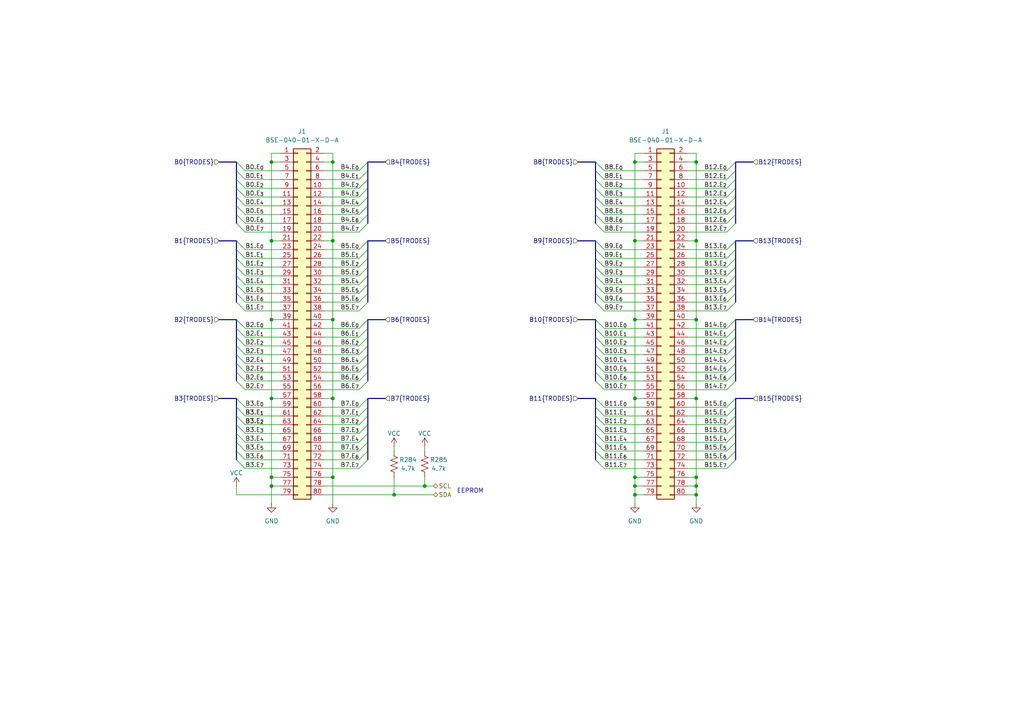
<source format=kicad_sch>
(kicad_sch (version 20231120) (generator "eeschema") (generator_version "8.0")
  (paper "A4")
  (title_block (title "Extracellular Electrophysiology Test Board") (rev "A") (company "Open Ephys, Inc") (comment 1 "Jonathan P. Newman"))
  (lib_symbols
    (symbol "Connector_Generic:Conn_02x40_Odd_Even" (pin_names (offset 1.016) hide)
      (property "Reference" "J" (at 1.27 50.8 0))
      (property "Value" "Conn_02x40_Odd_Even" (at 1.27 -53.34 0))
      (symbol "Conn_02x40_Odd_Even_1_1"
        (rectangle (start -1.27 -50.673) (end 0 -50.927) (stroke (width 0.1524)))
        (rectangle (start -1.27 -48.133) (end 0 -48.387) (stroke (width 0.1524)))
        (rectangle (start -1.27 -45.593) (end 0 -45.847) (stroke (width 0.1524)))
        (rectangle (start -1.27 -43.053) (end 0 -43.307) (stroke (width 0.1524)))
        (rectangle (start -1.27 -40.513) (end 0 -40.767) (stroke (width 0.1524)))
        (rectangle (start -1.27 -37.973) (end 0 -38.227) (stroke (width 0.1524)))
        (rectangle (start -1.27 -35.433) (end 0 -35.687) (stroke (width 0.1524)))
        (rectangle (start -1.27 -32.893) (end 0 -33.147) (stroke (width 0.1524)))
        (rectangle (start -1.27 -30.353) (end 0 -30.607) (stroke (width 0.1524)))
        (rectangle (start -1.27 -27.813) (end 0 -28.067) (stroke (width 0.1524)))
        (rectangle (start -1.27 -25.273) (end 0 -25.527) (stroke (width 0.1524)))
        (rectangle (start -1.27 -22.733) (end 0 -22.987) (stroke (width 0.1524)))
        (rectangle (start -1.27 -20.193) (end 0 -20.447) (stroke (width 0.1524)))
        (rectangle (start -1.27 -17.653) (end 0 -17.907) (stroke (width 0.1524)))
        (rectangle (start -1.27 -15.113) (end 0 -15.367) (stroke (width 0.1524)))
        (rectangle (start -1.27 -12.573) (end 0 -12.827) (stroke (width 0.1524)))
        (rectangle (start -1.27 -10.033) (end 0 -10.287) (stroke (width 0.1524)))
        (rectangle (start -1.27 -7.493) (end 0 -7.747) (stroke (width 0.1524)))
        (rectangle (start -1.27 -4.953) (end 0 -5.207) (stroke (width 0.1524)))
        (rectangle (start -1.27 -2.413) (end 0 -2.667) (stroke (width 0.1524)))
        (rectangle (start -1.27 0.127) (end 0 -0.127) (stroke (width 0.1524)))
        (rectangle (start -1.27 2.667) (end 0 2.413) (stroke (width 0.1524)))
        (rectangle (start -1.27 5.207) (end 0 4.953) (stroke (width 0.1524)))
        (rectangle (start -1.27 7.747) (end 0 7.493) (stroke (width 0.1524)))
        (rectangle (start -1.27 10.287) (end 0 10.033) (stroke (width 0.1524)))
        (rectangle (start -1.27 12.827) (end 0 12.573) (stroke (width 0.1524)))
        (rectangle (start -1.27 15.367) (end 0 15.113) (stroke (width 0.1524)))
        (rectangle (start -1.27 17.907) (end 0 17.653) (stroke (width 0.1524)))
        (rectangle (start -1.27 20.447) (end 0 20.193) (stroke (width 0.1524)))
        (rectangle (start -1.27 22.987) (end 0 22.733) (stroke (width 0.1524)))
        (rectangle (start -1.27 25.527) (end 0 25.273) (stroke (width 0.1524)))
        (rectangle (start -1.27 28.067) (end 0 27.813) (stroke (width 0.1524)))
        (rectangle (start -1.27 30.607) (end 0 30.353) (stroke (width 0.1524)))
        (rectangle (start -1.27 33.147) (end 0 32.893) (stroke (width 0.1524)))
        (rectangle (start -1.27 35.687) (end 0 35.433) (stroke (width 0.1524)))
        (rectangle (start -1.27 38.227) (end 0 37.973) (stroke (width 0.1524)))
        (rectangle (start -1.27 40.767) (end 0 40.513) (stroke (width 0.1524)))
        (rectangle (start -1.27 43.307) (end 0 43.053) (stroke (width 0.1524)))
        (rectangle (start -1.27 45.847) (end 0 45.593) (stroke (width 0.1524)))
        (rectangle (start -1.27 48.387) (end 0 48.133) (stroke (width 0.1524)))
        (rectangle (start -1.27 49.53) (end 3.81 -52.07) (stroke (width 0.254)) (fill (type background)))
        (rectangle (start 3.81 -50.673) (end 2.54 -50.927) (stroke (width 0.1524)))
        (rectangle (start 3.81 -48.133) (end 2.54 -48.387) (stroke (width 0.1524)))
        (rectangle (start 3.81 -45.593) (end 2.54 -45.847) (stroke (width 0.1524)))
        (rectangle (start 3.81 -43.053) (end 2.54 -43.307) (stroke (width 0.1524)))
        (rectangle (start 3.81 -40.513) (end 2.54 -40.767) (stroke (width 0.1524)))
        (rectangle (start 3.81 -37.973) (end 2.54 -38.227) (stroke (width 0.1524)))
        (rectangle (start 3.81 -35.433) (end 2.54 -35.687) (stroke (width 0.1524)))
        (rectangle (start 3.81 -32.893) (end 2.54 -33.147) (stroke (width 0.1524)))
        (rectangle (start 3.81 -30.353) (end 2.54 -30.607) (stroke (width 0.1524)))
        (rectangle (start 3.81 -27.813) (end 2.54 -28.067) (stroke (width 0.1524)))
        (rectangle (start 3.81 -25.273) (end 2.54 -25.527) (stroke (width 0.1524)))
        (rectangle (start 3.81 -22.733) (end 2.54 -22.987) (stroke (width 0.1524)))
        (rectangle (start 3.81 -20.193) (end 2.54 -20.447) (stroke (width 0.1524)))
        (rectangle (start 3.81 -17.653) (end 2.54 -17.907) (stroke (width 0.1524)))
        (rectangle (start 3.81 -15.113) (end 2.54 -15.367) (stroke (width 0.1524)))
        (rectangle (start 3.81 -12.573) (end 2.54 -12.827) (stroke (width 0.1524)))
        (rectangle (start 3.81 -10.033) (end 2.54 -10.287) (stroke (width 0.1524)))
        (rectangle (start 3.81 -7.493) (end 2.54 -7.747) (stroke (width 0.1524)))
        (rectangle (start 3.81 -4.953) (end 2.54 -5.207) (stroke (width 0.1524)))
        (rectangle (start 3.81 -2.413) (end 2.54 -2.667) (stroke (width 0.1524)))
        (rectangle (start 3.81 0.127) (end 2.54 -0.127) (stroke (width 0.1524)))
        (rectangle (start 3.81 2.667) (end 2.54 2.413) (stroke (width 0.1524)))
        (rectangle (start 3.81 5.207) (end 2.54 4.953) (stroke (width 0.1524)))
        (rectangle (start 3.81 7.747) (end 2.54 7.493) (stroke (width 0.1524)))
        (rectangle (start 3.81 10.287) (end 2.54 10.033) (stroke (width 0.1524)))
        (rectangle (start 3.81 12.827) (end 2.54 12.573) (stroke (width 0.1524)))
        (rectangle (start 3.81 15.367) (end 2.54 15.113) (stroke (width 0.1524)))
        (rectangle (start 3.81 17.907) (end 2.54 17.653) (stroke (width 0.1524)))
        (rectangle (start 3.81 20.447) (end 2.54 20.193) (stroke (width 0.1524)))
        (rectangle (start 3.81 22.987) (end 2.54 22.733) (stroke (width 0.1524)))
        (rectangle (start 3.81 25.527) (end 2.54 25.273) (stroke (width 0.1524)))
        (rectangle (start 3.81 28.067) (end 2.54 27.813) (stroke (width 0.1524)))
        (rectangle (start 3.81 30.607) (end 2.54 30.353) (stroke (width 0.1524)))
        (rectangle (start 3.81 33.147) (end 2.54 32.893) (stroke (width 0.1524)))
        (rectangle (start 3.81 35.687) (end 2.54 35.433) (stroke (width 0.1524)))
        (rectangle (start 3.81 38.227) (end 2.54 37.973) (stroke (width 0.1524)))
        (rectangle (start 3.81 40.767) (end 2.54 40.513) (stroke (width 0.1524)))
        (rectangle (start 3.81 43.307) (end 2.54 43.053) (stroke (width 0.1524)))
        (rectangle (start 3.81 45.847) (end 2.54 45.593) (stroke (width 0.1524)))
        (rectangle (start 3.81 48.387) (end 2.54 48.133) (stroke (width 0.1524)))
        (pin passive line (at -5.08 48.26 0) (length 3.81) (name "Pin_1") (number "1"))
        (pin passive line (at 7.62 38.1 180) (length 3.81) (name "Pin_10") (number "10"))
        (pin passive line (at -5.08 35.56 0) (length 3.81) (name "Pin_11") (number "11"))
        (pin passive line (at 7.62 35.56 180) (length 3.81) (name "Pin_12") (number "12"))
        (pin passive line (at -5.08 33.02 0) (length 3.81) (name "Pin_13") (number "13"))
        (pin passive line (at 7.62 33.02 180) (length 3.81) (name "Pin_14") (number "14"))
        (pin passive line (at -5.08 30.48 0) (length 3.81) (name "Pin_15") (number "15"))
        (pin passive line (at 7.62 30.48 180) (length 3.81) (name "Pin_16") (number "16"))
        (pin passive line (at -5.08 27.94 0) (length 3.81) (name "Pin_17") (number "17"))
        (pin passive line (at 7.62 27.94 180) (length 3.81) (name "Pin_18") (number "18"))
        (pin passive line (at -5.08 25.4 0) (length 3.81) (name "Pin_19") (number "19"))
        (pin passive line (at 7.62 48.26 180) (length 3.81) (name "Pin_2") (number "2"))
        (pin passive line (at 7.62 25.4 180) (length 3.81) (name "Pin_20") (number "20"))
        (pin passive line (at -5.08 22.86 0) (length 3.81) (name "Pin_21") (number "21"))
        (pin passive line (at 7.62 22.86 180) (length 3.81) (name "Pin_22") (number "22"))
        (pin passive line (at -5.08 20.32 0) (length 3.81) (name "Pin_23") (number "23"))
        (pin passive line (at 7.62 20.32 180) (length 3.81) (name "Pin_24") (number "24"))
        (pin passive line (at -5.08 17.78 0) (length 3.81) (name "Pin_25") (number "25"))
        (pin passive line (at 7.62 17.78 180) (length 3.81) (name "Pin_26") (number "26"))
        (pin passive line (at -5.08 15.24 0) (length 3.81) (name "Pin_27") (number "27"))
        (pin passive line (at 7.62 15.24 180) (length 3.81) (name "Pin_28") (number "28"))
        (pin passive line (at -5.08 12.7 0) (length 3.81) (name "Pin_29") (number "29"))
        (pin passive line (at -5.08 45.72 0) (length 3.81) (name "Pin_3") (number "3"))
        (pin passive line (at 7.62 12.7 180) (length 3.81) (name "Pin_30") (number "30"))
        (pin passive line (at -5.08 10.16 0) (length 3.81) (name "Pin_31") (number "31"))
        (pin passive line (at 7.62 10.16 180) (length 3.81) (name "Pin_32") (number "32"))
        (pin passive line (at -5.08 7.62 0) (length 3.81) (name "Pin_33") (number "33"))
        (pin passive line (at 7.62 7.62 180) (length 3.81) (name "Pin_34") (number "34"))
        (pin passive line (at -5.08 5.08 0) (length 3.81) (name "Pin_35") (number "35"))
        (pin passive line (at 7.62 5.08 180) (length 3.81) (name "Pin_36") (number "36"))
        (pin passive line (at -5.08 2.54 0) (length 3.81) (name "Pin_37") (number "37"))
        (pin passive line (at 7.62 2.54 180) (length 3.81) (name "Pin_38") (number "38"))
        (pin passive line (at -5.08 0 0) (length 3.81) (name "Pin_39") (number "39"))
        (pin passive line (at 7.62 45.72 180) (length 3.81) (name "Pin_4") (number "4"))
        (pin passive line (at 7.62 0 180) (length 3.81) (name "Pin_40") (number "40"))
        (pin passive line (at -5.08 -2.54 0) (length 3.81) (name "Pin_41") (number "41"))
        (pin passive line (at 7.62 -2.54 180) (length 3.81) (name "Pin_42") (number "42"))
        (pin passive line (at -5.08 -5.08 0) (length 3.81) (name "Pin_43") (number "43"))
        (pin passive line (at 7.62 -5.08 180) (length 3.81) (name "Pin_44") (number "44"))
        (pin passive line (at -5.08 -7.62 0) (length 3.81) (name "Pin_45") (number "45"))
        (pin passive line (at 7.62 -7.62 180) (length 3.81) (name "Pin_46") (number "46"))
        (pin passive line (at -5.08 -10.16 0) (length 3.81) (name "Pin_47") (number "47"))
        (pin passive line (at 7.62 -10.16 180) (length 3.81) (name "Pin_48") (number "48"))
        (pin passive line (at -5.08 -12.7 0) (length 3.81) (name "Pin_49") (number "49"))
        (pin passive line (at -5.08 43.18 0) (length 3.81) (name "Pin_5") (number "5"))
        (pin passive line (at 7.62 -12.7 180) (length 3.81) (name "Pin_50") (number "50"))
        (pin passive line (at -5.08 -15.24 0) (length 3.81) (name "Pin_51") (number "51"))
        (pin passive line (at 7.62 -15.24 180) (length 3.81) (name "Pin_52") (number "52"))
        (pin passive line (at -5.08 -17.78 0) (length 3.81) (name "Pin_53") (number "53"))
        (pin passive line (at 7.62 -17.78 180) (length 3.81) (name "Pin_54") (number "54"))
        (pin passive line (at -5.08 -20.32 0) (length 3.81) (name "Pin_55") (number "55"))
        (pin passive line (at 7.62 -20.32 180) (length 3.81) (name "Pin_56") (number "56"))
        (pin passive line (at -5.08 -22.86 0) (length 3.81) (name "Pin_57") (number "57"))
        (pin passive line (at 7.62 -22.86 180) (length 3.81) (name "Pin_58") (number "58"))
        (pin passive line (at -5.08 -25.4 0) (length 3.81) (name "Pin_59") (number "59"))
        (pin passive line (at 7.62 43.18 180) (length 3.81) (name "Pin_6") (number "6"))
        (pin passive line (at 7.62 -25.4 180) (length 3.81) (name "Pin_60") (number "60"))
        (pin passive line (at -5.08 -27.94 0) (length 3.81) (name "Pin_61") (number "61"))
        (pin passive line (at 7.62 -27.94 180) (length 3.81) (name "Pin_62") (number "62"))
        (pin passive line (at -5.08 -30.48 0) (length 3.81) (name "Pin_63") (number "63"))
        (pin passive line (at 7.62 -30.48 180) (length 3.81) (name "Pin_64") (number "64"))
        (pin passive line (at -5.08 -33.02 0) (length 3.81) (name "Pin_65") (number "65"))
        (pin passive line (at 7.62 -33.02 180) (length 3.81) (name "Pin_66") (number "66"))
        (pin passive line (at -5.08 -35.56 0) (length 3.81) (name "Pin_67") (number "67"))
        (pin passive line (at 7.62 -35.56 180) (length 3.81) (name "Pin_68") (number "68"))
        (pin passive line (at -5.08 -38.1 0) (length 3.81) (name "Pin_69") (number "69"))
        (pin passive line (at -5.08 40.64 0) (length 3.81) (name "Pin_7") (number "7"))
        (pin passive line (at 7.62 -38.1 180) (length 3.81) (name "Pin_70") (number "70"))
        (pin passive line (at -5.08 -40.64 0) (length 3.81) (name "Pin_71") (number "71"))
        (pin passive line (at 7.62 -40.64 180) (length 3.81) (name "Pin_72") (number "72"))
        (pin passive line (at -5.08 -43.18 0) (length 3.81) (name "Pin_73") (number "73"))
        (pin passive line (at 7.62 -43.18 180) (length 3.81) (name "Pin_74") (number "74"))
        (pin passive line (at -5.08 -45.72 0) (length 3.81) (name "Pin_75") (number "75"))
        (pin passive line (at 7.62 -45.72 180) (length 3.81) (name "Pin_76") (number "76"))
        (pin passive line (at -5.08 -48.26 0) (length 3.81) (name "Pin_77") (number "77"))
        (pin passive line (at 7.62 -48.26 180) (length 3.81) (name "Pin_78") (number "78"))
        (pin passive line (at -5.08 -50.8 0) (length 3.81) (name "Pin_79") (number "79"))
        (pin passive line (at 7.62 40.64 180) (length 3.81) (name "Pin_8") (number "8"))
        (pin passive line (at 7.62 -50.8 180) (length 3.81) (name "Pin_80") (number "80"))
        (pin passive line (at -5.08 38.1 0) (length 3.81) (name "Pin_9") (number "9"))
      )
    )
    (symbol "Device:R_US" (pin_numbers hide) (pin_names (offset 0))
      (property "Reference" "R" (at 2.54 0 90))
      (property "Value" "R_US" (at -2.54 0 90))
      (symbol "R_US_0_1"
        (polyline (pts (xy 0 -2.286) (xy 0 -2.54)))
        (polyline (pts (xy 0 2.286) (xy 0 2.54)))
        (polyline (pts (xy 0 -0.762) (xy 1.016 -1.143) (xy 0 -1.524) (xy -1.016 -1.905) (xy 0 -2.286)))
        (polyline (pts (xy 0 0.762) (xy 1.016 0.381) (xy 0 0) (xy -1.016 -0.381) (xy 0 -0.762)))
        (polyline (pts (xy 0 2.286) (xy 1.016 1.905) (xy 0 1.524) (xy -1.016 1.143) (xy 0 0.762)))
      )
      (symbol "R_US_1_1"
        (pin passive line (at 0 3.81 270) (length 1.27) (name "~") (number "1"))
        (pin passive line (at 0 -3.81 90) (length 1.27) (name "~") (number "2"))
      )
    )
    (symbol "power:GND" (power) (pin_numbers hide) (pin_names (offset 0) hide)
      (property "Value" "GND" (at 0 -3.81 0))
      (symbol "GND_0_1"
        (polyline (pts (xy 0 0) (xy 0 -1.27) (xy 1.27 -1.27) (xy 0 -2.54) (xy -1.27 -1.27) (xy 0 -1.27)))
      )
      (symbol "GND_1_1"
        (pin power_in line (at 0 0 270) (length 0) (name "~") (number "1"))
      )
    )
    (symbol "power:VCC" (power) (pin_numbers hide) (pin_names (offset 0) hide)
      (property "Value" "VCC" (at 0 3.556 0))
      (symbol "VCC_0_1"
        (polyline (pts (xy -0.762 1.27) (xy 0 2.54)))
        (polyline (pts (xy 0 0) (xy 0 2.54)))
        (polyline (pts (xy 0 2.54) (xy 0.762 1.27)))
      )
      (symbol "VCC_1_1"
        (pin power_in line (at 0 0 90) (length 0) (name "~") (number "1"))
      )
    )
  )
  (bus_alias "TRODES" (members "E_{0}" "E_{1}" "E_{2}" "E_{3}" "E_{4}" "E_{5}" "E_{6}" "E_{7}"))
  (junction (at 184.15 69.85))
  (junction (at 201.93 92.71))
  (junction (at 78.74 115.57))
  (junction (at 201.93 143.51))
  (junction (at 78.74 46.99))
  (junction (at 96.52 69.85))
  (junction (at 184.15 46.99))
  (junction (at 78.74 69.85))
  (junction (at 201.93 138.43))
  (junction (at 184.15 92.71))
  (junction (at 78.74 138.43))
  (junction (at 184.15 115.57))
  (junction (at 201.93 115.57))
  (junction (at 184.15 143.51))
  (junction (at 184.15 138.43))
  (junction (at 96.52 46.99))
  (junction (at 96.52 138.43))
  (junction (at 123.19 140.97))
  (junction (at 114.3 143.51))
  (junction (at 78.74 140.97))
  (junction (at 201.93 69.85))
  (junction (at 96.52 92.71))
  (junction (at 201.93 46.99))
  (junction (at 201.93 140.97))
  (junction (at 78.74 92.71))
  (junction (at 184.15 140.97))
  (junction (at 96.52 115.57))
  (bus_entry (at 68.58 100.33) (size 2.54 2.54))
  (bus_entry (at 106.68 102.87) (size -2.54 2.54))
  (bus_entry (at 68.58 107.95) (size 2.54 2.54))
  (bus_entry (at 106.68 49.53) (size -2.54 2.54))
  (bus_entry (at 172.72 118.11) (size 2.54 2.54))
  (bus_entry (at 68.58 49.53) (size 2.54 2.54))
  (bus_entry (at 172.72 46.99) (size 2.54 2.54))
  (bus_entry (at 213.36 64.77) (size -2.54 2.54))
  (bus_entry (at 172.72 100.33) (size 2.54 2.54))
  (bus_entry (at 213.36 82.55) (size -2.54 2.54))
  (bus_entry (at 213.36 105.41) (size -2.54 2.54))
  (bus_entry (at 172.72 64.77) (size 2.54 2.54))
  (bus_entry (at 213.36 100.33) (size -2.54 2.54))
  (bus_entry (at 68.58 85.09) (size 2.54 2.54))
  (bus_entry (at 213.36 120.65) (size -2.54 2.54))
  (bus_entry (at 213.36 133.35) (size -2.54 2.54))
  (bus_entry (at 172.72 69.85) (size 2.54 2.54))
  (bus_entry (at 213.36 74.93) (size -2.54 2.54))
  (bus_entry (at 68.58 64.77) (size 2.54 2.54))
  (bus_entry (at 172.72 49.53) (size 2.54 2.54))
  (bus_entry (at 172.72 52.07) (size 2.54 2.54))
  (bus_entry (at 106.68 72.39) (size -2.54 2.54))
  (bus_entry (at 213.36 59.69) (size -2.54 2.54))
  (bus_entry (at 106.68 97.79) (size -2.54 2.54))
  (bus_entry (at 213.36 115.57) (size -2.54 2.54))
  (bus_entry (at 213.36 125.73) (size -2.54 2.54))
  (bus_entry (at 172.72 123.19) (size 2.54 2.54))
  (bus_entry (at 106.68 123.19) (size -2.54 2.54))
  (bus_entry (at 68.58 74.93) (size 2.54 2.54))
  (bus_entry (at 213.36 110.49) (size -2.54 2.54))
  (bus_entry (at 68.58 120.65) (size 2.54 2.54))
  (bus_entry (at 68.58 97.79) (size 2.54 2.54))
  (bus_entry (at 106.68 64.77) (size -2.54 2.54))
  (bus_entry (at 213.36 54.61) (size -2.54 2.54))
  (bus_entry (at 106.68 100.33) (size -2.54 2.54))
  (bus_entry (at 172.72 110.49) (size 2.54 2.54))
  (bus_entry (at 172.72 128.27) (size 2.54 2.54))
  (bus_entry (at 68.58 133.35) (size 2.54 2.54))
  (bus_entry (at 172.72 54.61) (size 2.54 2.54))
  (bus_entry (at 213.36 102.87) (size -2.54 2.54))
  (bus_entry (at 68.58 128.27) (size 2.54 2.54))
  (bus_entry (at 68.58 123.19) (size 2.54 2.54))
  (bus_entry (at 213.36 77.47) (size -2.54 2.54))
  (bus_entry (at 213.36 123.19) (size -2.54 2.54))
  (bus_entry (at 172.72 80.01) (size 2.54 2.54))
  (bus_entry (at 172.72 85.09) (size 2.54 2.54))
  (bus_entry (at 213.36 69.85) (size -2.54 2.54))
  (bus_entry (at 213.36 95.25) (size -2.54 2.54))
  (bus_entry (at 213.36 92.71) (size -2.54 2.54))
  (bus_entry (at 68.58 80.01) (size 2.54 2.54))
  (bus_entry (at 172.72 77.47) (size 2.54 2.54))
  (bus_entry (at 172.72 102.87) (size 2.54 2.54))
  (bus_entry (at 213.36 118.11) (size -2.54 2.54))
  (bus_entry (at 213.36 87.63) (size -2.54 2.54))
  (bus_entry (at 68.58 115.57) (size 2.54 2.54))
  (bus_entry (at 68.58 77.47) (size 2.54 2.54))
  (bus_entry (at 68.58 57.15) (size 2.54 2.54))
  (bus_entry (at 172.72 62.23) (size 2.54 2.54))
  (bus_entry (at 68.58 52.07) (size 2.54 2.54))
  (bus_entry (at 213.36 62.23) (size -2.54 2.54))
  (bus_entry (at 106.68 74.93) (size -2.54 2.54))
  (bus_entry (at 172.72 92.71) (size 2.54 2.54))
  (bus_entry (at 68.58 125.73) (size 2.54 2.54))
  (bus_entry (at 213.36 72.39) (size -2.54 2.54))
  (bus_entry (at 172.72 125.73) (size 2.54 2.54))
  (bus_entry (at 106.68 125.73) (size -2.54 2.54))
  (bus_entry (at 68.58 62.23) (size 2.54 2.54))
  (bus_entry (at 172.72 82.55) (size 2.54 2.54))
  (bus_entry (at 68.58 105.41) (size 2.54 2.54))
  (bus_entry (at 68.58 46.99) (size 2.54 2.54))
  (bus_entry (at 213.36 107.95) (size -2.54 2.54))
  (bus_entry (at 172.72 87.63) (size 2.54 2.54))
  (bus_entry (at 172.72 97.79) (size 2.54 2.54))
  (bus_entry (at 106.68 87.63) (size -2.54 2.54))
  (bus_entry (at 213.36 85.09) (size -2.54 2.54))
  (bus_entry (at 172.72 115.57) (size 2.54 2.54))
  (bus_entry (at 106.68 105.41) (size -2.54 2.54))
  (bus_entry (at 106.68 54.61) (size -2.54 2.54))
  (bus_entry (at 106.68 128.27) (size -2.54 2.54))
  (bus_entry (at 106.68 107.95) (size -2.54 2.54))
  (bus_entry (at 213.36 46.99) (size -2.54 2.54))
  (bus_entry (at 106.68 85.09) (size -2.54 2.54))
  (bus_entry (at 172.72 72.39) (size 2.54 2.54))
  (bus_entry (at 213.36 80.01) (size -2.54 2.54))
  (bus_entry (at 172.72 133.35) (size 2.54 2.54))
  (bus_entry (at 68.58 92.71) (size 2.54 2.54))
  (bus_entry (at 106.68 92.71) (size -2.54 2.54))
  (bus_entry (at 106.68 77.47) (size -2.54 2.54))
  (bus_entry (at 213.36 49.53) (size -2.54 2.54))
  (bus_entry (at 68.58 59.69) (size 2.54 2.54))
  (bus_entry (at 172.72 59.69) (size 2.54 2.54))
  (bus_entry (at 68.58 72.39) (size 2.54 2.54))
  (bus_entry (at 213.36 57.15) (size -2.54 2.54))
  (bus_entry (at 106.68 95.25) (size -2.54 2.54))
  (bus_entry (at 106.68 57.15) (size -2.54 2.54))
  (bus_entry (at 213.36 52.07) (size -2.54 2.54))
  (bus_entry (at 106.68 130.81) (size -2.54 2.54))
  (bus_entry (at 106.68 115.57) (size -2.54 2.54))
  (bus_entry (at 68.58 118.11) (size 2.54 2.54))
  (bus_entry (at 106.68 120.65) (size -2.54 2.54))
  (bus_entry (at 106.68 82.55) (size -2.54 2.54))
  (bus_entry (at 68.58 69.85) (size 2.54 2.54))
  (bus_entry (at 172.72 95.25) (size 2.54 2.54))
  (bus_entry (at 106.68 133.35) (size -2.54 2.54))
  (bus_entry (at 213.36 97.79) (size -2.54 2.54))
  (bus_entry (at 172.72 105.41) (size 2.54 2.54))
  (bus_entry (at 68.58 54.61) (size 2.54 2.54))
  (bus_entry (at 172.72 120.65) (size 2.54 2.54))
  (bus_entry (at 106.68 69.85) (size -2.54 2.54))
  (bus_entry (at 106.68 46.99) (size -2.54 2.54))
  (bus_entry (at 68.58 87.63) (size 2.54 2.54))
  (bus_entry (at 68.58 82.55) (size 2.54 2.54))
  (bus_entry (at 68.58 130.81) (size 2.54 2.54))
  (bus_entry (at 106.68 110.49) (size -2.54 2.54))
  (bus_entry (at 68.58 102.87) (size 2.54 2.54))
  (bus_entry (at 106.68 62.23) (size -2.54 2.54))
  (bus_entry (at 106.68 80.01) (size -2.54 2.54))
  (bus_entry (at 68.58 95.25) (size 2.54 2.54))
  (bus_entry (at 68.58 110.49) (size 2.54 2.54))
  (bus_entry (at 106.68 118.11) (size -2.54 2.54))
  (bus_entry (at 213.36 128.27) (size -2.54 2.54))
  (bus_entry (at 172.72 57.15) (size 2.54 2.54))
  (bus_entry (at 172.72 74.93) (size 2.54 2.54))
  (bus_entry (at 213.36 130.81) (size -2.54 2.54))
  (bus_entry (at 106.68 59.69) (size -2.54 2.54))
  (bus_entry (at 172.72 130.81) (size 2.54 2.54))
  (bus_entry (at 106.68 52.07) (size -2.54 2.54))
  (bus_entry (at 172.72 107.95) (size 2.54 2.54))
  (wire (pts (xy 93.98 128.27) (xy 104.14 128.27)))
  (bus (pts (xy 68.58 54.61) (xy 68.58 57.15)))
  (wire (pts (xy 71.12 49.53) (xy 81.28 49.53)))
  (wire (pts (xy 199.39 54.61) (xy 210.82 54.61)))
  (wire (pts (xy 175.26 74.93) (xy 186.69 74.93)))
  (wire (pts (xy 201.93 140.97) (xy 201.93 143.51)))
  (wire (pts (xy 81.28 44.45) (xy 78.74 44.45)))
  (bus (pts (xy 172.72 80.01) (xy 172.72 82.55)))
  (wire (pts (xy 78.74 46.99) (xy 81.28 46.99)))
  (wire (pts (xy 114.3 129.54) (xy 114.3 130.81)))
  (wire (pts (xy 93.98 46.99) (xy 96.52 46.99)))
  (wire (pts (xy 175.26 62.23) (xy 186.69 62.23)))
  (bus (pts (xy 172.72 57.15) (xy 172.72 59.69)))
  (bus (pts (xy 172.72 54.61) (xy 172.72 57.15)))
  (bus (pts (xy 213.36 125.73) (xy 213.36 128.27)))
  (wire (pts (xy 93.98 54.61) (xy 104.14 54.61)))
  (wire (pts (xy 71.12 90.17) (xy 81.28 90.17)))
  (wire (pts (xy 175.26 135.89) (xy 186.69 135.89)))
  (bus (pts (xy 172.72 92.71) (xy 172.72 95.25)))
  (wire (pts (xy 199.39 135.89) (xy 210.82 135.89)))
  (bus (pts (xy 172.72 82.55) (xy 172.72 85.09)))
  (wire (pts (xy 199.39 52.07) (xy 210.82 52.07)))
  (bus (pts (xy 68.58 57.15) (xy 68.58 59.69)))
  (bus (pts (xy 68.58 85.09) (xy 68.58 87.63)))
  (bus (pts (xy 213.36 123.19) (xy 213.36 125.73)))
  (bus (pts (xy 213.36 100.33) (xy 213.36 102.87)))
  (bus (pts (xy 68.58 97.79) (xy 68.58 100.33)))
  (wire (pts (xy 93.98 105.41) (xy 104.14 105.41)))
  (wire (pts (xy 68.58 143.51) (xy 68.58 140.97)))
  (bus (pts (xy 63.5 46.99) (xy 68.58 46.99)))
  (wire (pts (xy 71.12 57.15) (xy 81.28 57.15)))
  (bus (pts (xy 172.72 97.79) (xy 172.72 100.33)))
  (bus (pts (xy 68.58 95.25) (xy 68.58 97.79)))
  (wire (pts (xy 184.15 46.99) (xy 184.15 69.85)))
  (wire (pts (xy 199.39 64.77) (xy 210.82 64.77)))
  (bus (pts (xy 213.36 52.07) (xy 213.36 54.61)))
  (wire (pts (xy 93.98 49.53) (xy 104.14 49.53)))
  (wire (pts (xy 175.26 128.27) (xy 186.69 128.27)))
  (bus (pts (xy 68.58 80.01) (xy 68.58 82.55)))
  (bus (pts (xy 68.58 92.71) (xy 68.58 95.25)))
  (bus (pts (xy 106.68 72.39) (xy 106.68 74.93)))
  (bus (pts (xy 213.36 130.81) (xy 213.36 133.35)))
  (bus (pts (xy 213.36 120.65) (xy 213.36 123.19)))
  (wire (pts (xy 201.93 46.99) (xy 201.93 69.85)))
  (wire (pts (xy 175.26 133.35) (xy 186.69 133.35)))
  (wire (pts (xy 184.15 115.57) (xy 184.15 138.43)))
  (bus (pts (xy 213.36 69.85) (xy 213.36 72.39)))
  (wire (pts (xy 199.39 62.23) (xy 210.82 62.23)))
  (bus (pts (xy 213.36 54.61) (xy 213.36 57.15)))
  (wire (pts (xy 175.26 105.41) (xy 186.69 105.41)))
  (wire (pts (xy 71.12 87.63) (xy 81.28 87.63)))
  (wire (pts (xy 175.26 90.17) (xy 186.69 90.17)))
  (bus (pts (xy 172.72 49.53) (xy 172.72 52.07)))
  (wire (pts (xy 199.39 107.95) (xy 210.82 107.95)))
  (wire (pts (xy 71.12 64.77) (xy 81.28 64.77)))
  (bus (pts (xy 106.68 100.33) (xy 106.68 102.87)))
  (wire (pts (xy 78.74 115.57) (xy 81.28 115.57)))
  (wire (pts (xy 199.39 69.85) (xy 201.93 69.85)))
  (wire (pts (xy 201.93 69.85) (xy 201.93 92.71)))
  (wire (pts (xy 71.12 123.19) (xy 81.28 123.19)))
  (bus (pts (xy 106.68 123.19) (xy 106.68 125.73)))
  (wire (pts (xy 199.39 140.97) (xy 201.93 140.97)))
  (bus (pts (xy 213.36 82.55) (xy 213.36 85.09)))
  (wire (pts (xy 175.26 59.69) (xy 186.69 59.69)))
  (wire (pts (xy 199.39 95.25) (xy 210.82 95.25)))
  (wire (pts (xy 93.98 90.17) (xy 104.14 90.17)))
  (wire (pts (xy 199.39 80.01) (xy 210.82 80.01)))
  (wire (pts (xy 201.93 115.57) (xy 201.93 138.43)))
  (wire (pts (xy 93.98 80.01) (xy 104.14 80.01)))
  (wire (pts (xy 123.19 129.54) (xy 123.19 130.81)))
  (wire (pts (xy 186.69 140.97) (xy 184.15 140.97)))
  (wire (pts (xy 78.74 138.43) (xy 78.74 140.97)))
  (wire (pts (xy 175.26 67.31) (xy 186.69 67.31)))
  (wire (pts (xy 175.26 87.63) (xy 186.69 87.63)))
  (wire (pts (xy 71.12 102.87) (xy 81.28 102.87)))
  (wire (pts (xy 184.15 46.99) (xy 186.69 46.99)))
  (wire (pts (xy 175.26 110.49) (xy 186.69 110.49)))
  (bus (pts (xy 213.36 128.27) (xy 213.36 130.81)))
  (bus (pts (xy 213.36 62.23) (xy 213.36 64.77)))
  (bus (pts (xy 172.72 85.09) (xy 172.72 87.63)))
  (wire (pts (xy 71.12 133.35) (xy 81.28 133.35)))
  (wire (pts (xy 201.93 92.71) (xy 201.93 115.57)))
  (bus (pts (xy 213.36 102.87) (xy 213.36 105.41)))
  (bus (pts (xy 213.36 59.69) (xy 213.36 62.23)))
  (wire (pts (xy 199.39 85.09) (xy 210.82 85.09)))
  (wire (pts (xy 93.98 138.43) (xy 96.52 138.43)))
  (bus (pts (xy 106.68 49.53) (xy 106.68 52.07)))
  (wire (pts (xy 78.74 140.97) (xy 78.74 146.05)))
  (wire (pts (xy 71.12 130.81) (xy 81.28 130.81)))
  (bus (pts (xy 68.58 62.23) (xy 68.58 64.77)))
  (bus (pts (xy 213.36 46.99) (xy 213.36 49.53)))
  (wire (pts (xy 93.98 130.81) (xy 104.14 130.81)))
  (bus (pts (xy 68.58 69.85) (xy 68.58 72.39)))
  (wire (pts (xy 175.26 100.33) (xy 186.69 100.33)))
  (bus (pts (xy 213.36 97.79) (xy 213.36 100.33)))
  (bus (pts (xy 106.68 62.23) (xy 106.68 64.77)))
  (bus (pts (xy 172.72 52.07) (xy 172.72 54.61)))
  (wire (pts (xy 184.15 92.71) (xy 184.15 115.57)))
  (bus (pts (xy 106.68 69.85) (xy 106.68 72.39)))
  (bus (pts (xy 63.5 92.71) (xy 68.58 92.71)))
  (wire (pts (xy 78.74 92.71) (xy 81.28 92.71)))
  (bus (pts (xy 68.58 49.53) (xy 68.58 52.07)))
  (wire (pts (xy 199.39 74.93) (xy 210.82 74.93)))
  (wire (pts (xy 186.69 138.43) (xy 184.15 138.43)))
  (bus (pts (xy 106.68 107.95) (xy 106.68 110.49)))
  (wire (pts (xy 199.39 118.11) (xy 210.82 118.11)))
  (bus (pts (xy 213.36 49.53) (xy 213.36 52.07)))
  (wire (pts (xy 93.98 69.85) (xy 96.52 69.85)))
  (wire (pts (xy 184.15 115.57) (xy 186.69 115.57)))
  (wire (pts (xy 184.15 140.97) (xy 184.15 143.51)))
  (bus (pts (xy 111.76 115.57) (xy 106.68 115.57)))
  (bus (pts (xy 172.72 123.19) (xy 172.72 125.73)))
  (bus (pts (xy 106.68 85.09) (xy 106.68 87.63)))
  (bus (pts (xy 68.58 125.73) (xy 68.58 128.27)))
  (bus (pts (xy 68.58 102.87) (xy 68.58 105.41)))
  (wire (pts (xy 78.74 44.45) (xy 78.74 46.99)))
  (bus (pts (xy 172.72 100.33) (xy 172.72 102.87)))
  (wire (pts (xy 175.26 49.53) (xy 186.69 49.53)))
  (wire (pts (xy 199.39 143.51) (xy 201.93 143.51)))
  (wire (pts (xy 71.12 105.41) (xy 81.28 105.41)))
  (bus (pts (xy 68.58 72.39) (xy 68.58 74.93)))
  (bus (pts (xy 172.72 115.57) (xy 172.72 118.11)))
  (wire (pts (xy 71.12 125.73) (xy 81.28 125.73)))
  (bus (pts (xy 106.68 115.57) (xy 106.68 118.11)))
  (wire (pts (xy 199.39 97.79) (xy 210.82 97.79)))
  (bus (pts (xy 68.58 128.27) (xy 68.58 130.81)))
  (bus (pts (xy 68.58 74.93) (xy 68.58 77.47)))
  (wire (pts (xy 199.39 46.99) (xy 201.93 46.99)))
  (bus (pts (xy 111.76 46.99) (xy 106.68 46.99)))
  (bus (pts (xy 111.76 92.71) (xy 106.68 92.71)))
  (wire (pts (xy 93.98 44.45) (xy 96.52 44.45)))
  (wire (pts (xy 96.52 115.57) (xy 96.52 138.43)))
  (wire (pts (xy 71.12 95.25) (xy 81.28 95.25)))
  (bus (pts (xy 213.36 72.39) (xy 213.36 74.93)))
  (bus (pts (xy 172.72 74.93) (xy 172.72 77.47)))
  (wire (pts (xy 71.12 59.69) (xy 81.28 59.69)))
  (bus (pts (xy 111.76 69.85) (xy 106.68 69.85)))
  (wire (pts (xy 71.12 110.49) (xy 81.28 110.49)))
  (bus (pts (xy 218.44 69.85) (xy 213.36 69.85)))
  (wire (pts (xy 175.26 107.95) (xy 186.69 107.95)))
  (wire (pts (xy 114.3 138.43) (xy 114.3 143.51)))
  (wire (pts (xy 71.12 100.33) (xy 81.28 100.33)))
  (bus (pts (xy 213.36 105.41) (xy 213.36 107.95)))
  (bus (pts (xy 106.68 102.87) (xy 106.68 105.41)))
  (bus (pts (xy 106.68 120.65) (xy 106.68 123.19)))
  (bus (pts (xy 213.36 77.47) (xy 213.36 80.01)))
  (wire (pts (xy 71.12 128.27) (xy 81.28 128.27)))
  (bus (pts (xy 218.44 92.71) (xy 213.36 92.71)))
  (wire (pts (xy 93.98 82.55) (xy 104.14 82.55)))
  (bus (pts (xy 213.36 118.11) (xy 213.36 120.65)))
  (bus (pts (xy 106.68 97.79) (xy 106.68 100.33)))
  (bus (pts (xy 106.68 118.11) (xy 106.68 120.65)))
  (bus (pts (xy 68.58 120.65) (xy 68.58 123.19)))
  (bus (pts (xy 106.68 92.71) (xy 106.68 95.25)))
  (wire (pts (xy 175.26 120.65) (xy 186.69 120.65)))
  (bus (pts (xy 172.72 107.95) (xy 172.72 110.49)))
  (wire (pts (xy 199.39 100.33) (xy 210.82 100.33)))
  (wire (pts (xy 96.52 46.99) (xy 96.52 69.85)))
  (wire (pts (xy 71.12 62.23) (xy 81.28 62.23)))
  (wire (pts (xy 175.26 130.81) (xy 186.69 130.81)))
  (wire (pts (xy 71.12 77.47) (xy 81.28 77.47)))
  (wire (pts (xy 96.52 138.43) (xy 96.52 146.05)))
  (wire (pts (xy 199.39 110.49) (xy 210.82 110.49)))
  (wire (pts (xy 199.39 77.47) (xy 210.82 77.47)))
  (bus (pts (xy 68.58 107.95) (xy 68.58 110.49)))
  (bus (pts (xy 213.36 57.15) (xy 213.36 59.69)))
  (wire (pts (xy 114.3 143.51) (xy 125.73 143.51)))
  (wire (pts (xy 71.12 52.07) (xy 81.28 52.07)))
  (wire (pts (xy 93.98 143.51) (xy 114.3 143.51)))
  (wire (pts (xy 199.39 72.39) (xy 210.82 72.39)))
  (wire (pts (xy 201.93 138.43) (xy 201.93 140.97)))
  (wire (pts (xy 199.39 133.35) (xy 210.82 133.35)))
  (wire (pts (xy 184.15 92.71) (xy 186.69 92.71)))
  (wire (pts (xy 93.98 67.31) (xy 104.14 67.31)))
  (wire (pts (xy 93.98 100.33) (xy 104.14 100.33)))
  (wire (pts (xy 175.26 85.09) (xy 186.69 85.09)))
  (bus (pts (xy 106.68 82.55) (xy 106.68 85.09)))
  (bus (pts (xy 167.64 69.85) (xy 172.72 69.85)))
  (wire (pts (xy 175.26 72.39) (xy 186.69 72.39)))
  (wire (pts (xy 184.15 69.85) (xy 184.15 92.71)))
  (bus (pts (xy 106.68 74.93) (xy 106.68 77.47)))
  (wire (pts (xy 175.26 95.25) (xy 186.69 95.25)))
  (wire (pts (xy 175.26 123.19) (xy 186.69 123.19)))
  (wire (pts (xy 93.98 52.07) (xy 104.14 52.07)))
  (bus (pts (xy 172.72 46.99) (xy 172.72 49.53)))
  (wire (pts (xy 93.98 113.03) (xy 104.14 113.03)))
  (bus (pts (xy 63.5 115.57) (xy 68.58 115.57)))
  (wire (pts (xy 93.98 125.73) (xy 104.14 125.73)))
  (bus (pts (xy 106.68 54.61) (xy 106.68 57.15)))
  (wire (pts (xy 175.26 82.55) (xy 186.69 82.55)))
  (bus (pts (xy 106.68 130.81) (xy 106.68 133.35)))
  (bus (pts (xy 172.72 102.87) (xy 172.72 105.41)))
  (bus (pts (xy 68.58 82.55) (xy 68.58 85.09)))
  (wire (pts (xy 199.39 87.63) (xy 210.82 87.63)))
  (wire (pts (xy 93.98 102.87) (xy 104.14 102.87)))
  (wire (pts (xy 93.98 107.95) (xy 104.14 107.95)))
  (wire (pts (xy 93.98 87.63) (xy 104.14 87.63)))
  (wire (pts (xy 199.39 92.71) (xy 201.93 92.71)))
  (wire (pts (xy 175.26 52.07) (xy 186.69 52.07)))
  (wire (pts (xy 199.39 57.15) (xy 210.82 57.15)))
  (wire (pts (xy 78.74 69.85) (xy 81.28 69.85)))
  (wire (pts (xy 78.74 46.99) (xy 78.74 69.85)))
  (bus (pts (xy 172.72 120.65) (xy 172.72 123.19)))
  (wire (pts (xy 96.52 69.85) (xy 96.52 92.71)))
  (bus (pts (xy 106.68 46.99) (xy 106.68 49.53)))
  (wire (pts (xy 71.12 80.01) (xy 81.28 80.01)))
  (wire (pts (xy 71.12 67.31) (xy 81.28 67.31)))
  (wire (pts (xy 199.39 67.31) (xy 210.82 67.31)))
  (bus (pts (xy 106.68 57.15) (xy 106.68 59.69)))
  (wire (pts (xy 184.15 143.51) (xy 186.69 143.51)))
  (bus (pts (xy 68.58 115.57) (xy 68.58 118.11)))
  (bus (pts (xy 68.58 118.11) (xy 68.58 120.65)))
  (wire (pts (xy 96.52 92.71) (xy 96.52 115.57)))
  (wire (pts (xy 93.98 74.93) (xy 104.14 74.93)))
  (wire (pts (xy 93.98 92.71) (xy 96.52 92.71)))
  (wire (pts (xy 175.26 97.79) (xy 186.69 97.79)))
  (wire (pts (xy 93.98 135.89) (xy 104.14 135.89)))
  (wire (pts (xy 175.26 125.73) (xy 186.69 125.73)))
  (wire (pts (xy 93.98 72.39) (xy 104.14 72.39)))
  (bus (pts (xy 68.58 123.19) (xy 68.58 125.73)))
  (wire (pts (xy 199.39 120.65) (xy 210.82 120.65)))
  (bus (pts (xy 68.58 52.07) (xy 68.58 54.61)))
  (wire (pts (xy 184.15 138.43) (xy 184.15 140.97)))
  (wire (pts (xy 175.26 80.01) (xy 186.69 80.01)))
  (wire (pts (xy 175.26 102.87) (xy 186.69 102.87)))
  (wire (pts (xy 93.98 62.23) (xy 104.14 62.23)))
  (wire (pts (xy 71.12 72.39) (xy 81.28 72.39)))
  (bus (pts (xy 213.36 107.95) (xy 213.36 110.49)))
  (bus (pts (xy 172.72 95.25) (xy 172.72 97.79)))
  (wire (pts (xy 175.26 77.47) (xy 186.69 77.47)))
  (bus (pts (xy 172.72 125.73) (xy 172.72 128.27)))
  (bus (pts (xy 213.36 115.57) (xy 213.36 118.11)))
  (wire (pts (xy 199.39 49.53) (xy 210.82 49.53)))
  (bus (pts (xy 172.72 59.69) (xy 172.72 62.23)))
  (wire (pts (xy 93.98 85.09) (xy 104.14 85.09)))
  (wire (pts (xy 199.39 105.41) (xy 210.82 105.41)))
  (wire (pts (xy 93.98 123.19) (xy 104.14 123.19)))
  (wire (pts (xy 184.15 146.05) (xy 184.15 143.51)))
  (wire (pts (xy 71.12 118.11) (xy 81.28 118.11)))
  (wire (pts (xy 199.39 138.43) (xy 201.93 138.43)))
  (wire (pts (xy 93.98 133.35) (xy 104.14 133.35)))
  (wire (pts (xy 123.19 138.43) (xy 123.19 140.97)))
  (wire (pts (xy 93.98 57.15) (xy 104.14 57.15)))
  (wire (pts (xy 199.39 130.81) (xy 210.82 130.81)))
  (wire (pts (xy 93.98 110.49) (xy 104.14 110.49)))
  (wire (pts (xy 93.98 140.97) (xy 123.19 140.97)))
  (bus (pts (xy 68.58 105.41) (xy 68.58 107.95)))
  (wire (pts (xy 71.12 120.65) (xy 81.28 120.65)))
  (wire (pts (xy 93.98 59.69) (xy 104.14 59.69)))
  (wire (pts (xy 78.74 140.97) (xy 81.28 140.97)))
  (wire (pts (xy 199.39 125.73) (xy 210.82 125.73)))
  (bus (pts (xy 68.58 130.81) (xy 68.58 133.35)))
  (bus (pts (xy 172.72 72.39) (xy 172.72 74.93)))
  (wire (pts (xy 78.74 92.71) (xy 78.74 115.57)))
  (bus (pts (xy 63.5 69.85) (xy 68.58 69.85)))
  (bus (pts (xy 213.36 74.93) (xy 213.36 77.47)))
  (wire (pts (xy 123.19 140.97) (xy 125.73 140.97)))
  (bus (pts (xy 106.68 105.41) (xy 106.68 107.95)))
  (wire (pts (xy 71.12 82.55) (xy 81.28 82.55)))
  (bus (pts (xy 68.58 59.69) (xy 68.58 62.23)))
  (wire (pts (xy 81.28 138.43) (xy 78.74 138.43)))
  (wire (pts (xy 93.98 115.57) (xy 96.52 115.57)))
  (wire (pts (xy 78.74 69.85) (xy 78.74 92.71)))
  (bus (pts (xy 172.72 118.11) (xy 172.72 120.65)))
  (wire (pts (xy 71.12 85.09) (xy 81.28 85.09)))
  (wire (pts (xy 199.39 102.87) (xy 210.82 102.87)))
  (wire (pts (xy 199.39 59.69) (xy 210.82 59.69)))
  (bus (pts (xy 213.36 80.01) (xy 213.36 82.55)))
  (bus (pts (xy 167.64 92.71) (xy 172.72 92.71)))
  (wire (pts (xy 199.39 90.17) (xy 210.82 90.17)))
  (bus (pts (xy 167.64 115.57) (xy 172.72 115.57)))
  (wire (pts (xy 71.12 74.93) (xy 81.28 74.93)))
  (bus (pts (xy 106.68 59.69) (xy 106.68 62.23)))
  (bus (pts (xy 106.68 52.07) (xy 106.68 54.61)))
  (wire (pts (xy 184.15 44.45) (xy 184.15 46.99)))
  (wire (pts (xy 199.39 82.55) (xy 210.82 82.55)))
  (wire (pts (xy 93.98 95.25) (xy 104.14 95.25)))
  (bus (pts (xy 68.58 46.99) (xy 68.58 49.53)))
  (bus (pts (xy 68.58 77.47) (xy 68.58 80.01)))
  (bus (pts (xy 172.72 69.85) (xy 172.72 72.39)))
  (bus (pts (xy 106.68 80.01) (xy 106.68 82.55)))
  (wire (pts (xy 71.12 113.03) (xy 81.28 113.03)))
  (wire (pts (xy 175.26 54.61) (xy 186.69 54.61)))
  (wire (pts (xy 175.26 64.77) (xy 186.69 64.77)))
  (wire (pts (xy 71.12 107.95) (xy 81.28 107.95)))
  (bus (pts (xy 213.36 92.71) (xy 213.36 95.25)))
  (bus (pts (xy 172.72 77.47) (xy 172.72 80.01)))
  (wire (pts (xy 93.98 77.47) (xy 104.14 77.47)))
  (wire (pts (xy 96.52 44.45) (xy 96.52 46.99)))
  (bus (pts (xy 68.58 100.33) (xy 68.58 102.87)))
  (wire (pts (xy 93.98 64.77) (xy 104.14 64.77)))
  (wire (pts (xy 199.39 128.27) (xy 210.82 128.27)))
  (bus (pts (xy 218.44 115.57) (xy 213.36 115.57)))
  (wire (pts (xy 93.98 97.79) (xy 104.14 97.79)))
  (bus (pts (xy 172.72 130.81) (xy 172.72 133.35)))
  (bus (pts (xy 106.68 125.73) (xy 106.68 128.27)))
  (wire (pts (xy 81.28 143.51) (xy 68.58 143.51)))
  (wire (pts (xy 175.26 57.15) (xy 186.69 57.15)))
  (wire (pts (xy 199.39 115.57) (xy 201.93 115.57)))
  (wire (pts (xy 199.39 113.03) (xy 210.82 113.03)))
  (bus (pts (xy 213.36 95.25) (xy 213.36 97.79)))
  (bus (pts (xy 106.68 77.47) (xy 106.68 80.01)))
  (bus (pts (xy 218.44 46.99) (xy 213.36 46.99)))
  (bus (pts (xy 172.72 62.23) (xy 172.72 64.77)))
  (wire (pts (xy 201.93 44.45) (xy 201.93 46.99)))
  (wire (pts (xy 93.98 118.11) (xy 104.14 118.11)))
  (bus (pts (xy 106.68 95.25) (xy 106.68 97.79)))
  (bus (pts (xy 106.68 128.27) (xy 106.68 130.81)))
  (wire (pts (xy 71.12 54.61) (xy 81.28 54.61)))
  (wire (pts (xy 199.39 44.45) (xy 201.93 44.45)))
  (wire (pts (xy 175.26 113.03) (xy 186.69 113.03)))
  (wire (pts (xy 71.12 97.79) (xy 81.28 97.79)))
  (wire (pts (xy 186.69 44.45) (xy 184.15 44.45)))
  (bus (pts (xy 172.72 128.27) (xy 172.72 130.81)))
  (wire (pts (xy 78.74 115.57) (xy 78.74 138.43)))
  (bus (pts (xy 172.72 105.41) (xy 172.72 107.95)))
  (wire (pts (xy 184.15 69.85) (xy 186.69 69.85)))
  (wire (pts (xy 93.98 120.65) (xy 104.14 120.65)))
  (wire (pts (xy 199.39 123.19) (xy 210.82 123.19)))
  (bus (pts (xy 167.64 46.99) (xy 172.72 46.99)))
  (bus (pts (xy 213.36 85.09) (xy 213.36 87.63)))
  (wire (pts (xy 71.12 135.89) (xy 81.28 135.89)))
  (wire (pts (xy 201.93 143.51) (xy 201.93 146.05)))
  (wire (pts (xy 175.26 118.11) (xy 186.69 118.11)))
  (text "EEPROM" (at 136.398 142.494 0) (effects (font (size 1.27 1.27))))
  (label "B4.E_{3}" (at 104.14 57.15 180))
  (label "B4.E_{1}" (at 104.14 52.07 180))
  (label "B1.E_{6}" (at 71.12 87.63 0))
  (label "B12.E_{5}" (at 210.82 62.23 180))
  (label "B11.E_{5}" (at 175.26 130.81 0))
  (label "B13.E_{5}" (at 210.82 85.09 180))
  (label "B6.E_{4}" (at 104.14 105.41 180))
  (label "B14.E_{3}" (at 210.82 102.87 180))
  (label "B6.E_{3}" (at 104.14 102.87 180))
  (label "B0.E_{4}" (at 71.12 59.69 0))
  (label "B7.E_{2}" (at 104.14 123.19 180))
  (label "B14.E_{1}" (at 210.82 97.79 180))
  (label "B8.E_{4}" (at 175.26 59.69 0))
  (label "B10.E_{0}" (at 175.26 95.25 0))
  (label "B0.E_{6}" (at 71.12 64.77 0))
  (label "B8.E_{1}" (at 175.26 52.07 0))
  (label "B9.E_{5}" (at 175.26 85.09 0))
  (label "B1.E_{0}" (at 71.12 72.39 0))
  (label "B4.E_{4}" (at 104.14 59.69 180))
  (label "B5.E_{5}" (at 104.14 85.09 180))
  (label "B8.E_{0}" (at 175.26 49.53 0))
  (label "B12.E_{2}" (at 210.82 54.61 180))
  (label "B3.E_{1}" (at 71.12 120.65 0))
  (label "B7.E_{5}" (at 104.14 130.81 180))
  (label "B3.E_{2}" (at 71.12 123.19 0))
  (label "B13.E_{3}" (at 210.82 80.01 180))
  (label "B11.E_{4}" (at 175.26 128.27 0))
  (label "B13.E_{7}" (at 210.82 90.17 180))
  (label "B8.E_{6}" (at 175.26 64.77 0))
  (label "B12.E_{3}" (at 210.82 57.15 180))
  (label "B8.E_{3}" (at 175.26 57.15 0))
  (label "B0.E_{2}" (at 71.12 54.61 0))
  (label "B15.E_{2}" (at 210.82 123.19 180))
  (label "B13.E_{6}" (at 210.82 87.63 180))
  (label "B9.E_{2}" (at 175.26 77.47 0))
  (label "B0.E_{0}" (at 71.12 49.53 0))
  (label "B15.E_{1}" (at 210.82 120.65 180))
  (label "B3.E_{3}" (at 71.12 125.73 0))
  (label "B15.E_{7}" (at 210.82 135.89 180))
  (label "B4.E_{2}" (at 104.14 54.61 180))
  (label "B7.E_{3}" (at 104.14 125.73 180))
  (label "B6.E_{7}" (at 104.14 113.03 180))
  (label "B2.E_{6}" (at 71.12 110.49 0))
  (label "B15.E_{3}" (at 210.82 125.73 180))
  (label "B3.E_{7}" (at 71.12 135.89 0))
  (label "B12.E_{1}" (at 210.82 52.07 180))
  (label "B7.E_{6}" (at 104.14 133.35 180))
  (label "B10.E_{7}" (at 175.26 113.03 0))
  (label "B1.E_{3}" (at 71.12 80.01 0))
  (label "B6.E_{5}" (at 104.14 107.95 180))
  (label "B11.E_{1}" (at 175.26 120.65 0))
  (label "B5.E_{3}" (at 104.14 80.01 180))
  (label "B6.E_{0}" (at 104.14 95.25 180))
  (label "B11.E_{7}" (at 175.26 135.89 0))
  (label "B1.E_{7}" (at 71.12 90.17 0))
  (label "B0.E_{1}" (at 71.12 52.07 0))
  (label "B13.E_{1}" (at 210.82 74.93 180))
  (label "B9.E_{3}" (at 175.26 80.01 0))
  (label "B15.E_{5}" (at 210.82 130.81 180))
  (label "B12.E_{4}" (at 210.82 59.69 180))
  (label "B14.E_{0}" (at 210.82 95.25 180))
  (label "B9.E_{4}" (at 175.26 82.55 0))
  (label "B10.E_{4}" (at 175.26 105.41 0))
  (label "B5.E_{2}" (at 104.14 77.47 180))
  (label "B7.E_{0}" (at 104.14 118.11 180))
  (label "B3.E_{6}" (at 71.12 133.35 0))
  (label "B10.E_{5}" (at 175.26 107.95 0))
  (label "B1.E_{5}" (at 71.12 85.09 0))
  (label "B2.E_{5}" (at 71.12 107.95 0))
  (label "B14.E_{6}" (at 210.82 110.49 180))
  (label "B9.E_{1}" (at 175.26 74.93 0))
  (label "B14.E_{2}" (at 210.82 100.33 180))
  (label "B7.E_{1}" (at 104.14 120.65 180))
  (label "B12.E_{7}" (at 210.82 67.31 180))
  (label "B6.E_{6}" (at 104.14 110.49 180))
  (label "B13.E_{0}" (at 210.82 72.39 180))
  (label "B10.E_{1}" (at 175.26 97.79 0))
  (label "B1.E_{4}" (at 71.12 82.55 0))
  (label "B14.E_{4}" (at 210.82 105.41 180))
  (label "B3.E_{2}" (at 71.12 123.19 0))
  (label "B2.E_{1}" (at 71.12 97.79 0))
  (label "B4.E_{7}" (at 104.14 67.31 180))
  (label "B3.E_{1}" (at 71.12 120.65 0))
  (label "B8.E_{7}" (at 175.26 67.31 0))
  (label "B5.E_{4}" (at 104.14 82.55 180))
  (label "B0.E_{5}" (at 71.12 62.23 0))
  (label "B11.E_{2}" (at 175.26 123.19 0))
  (label "B5.E_{0}" (at 104.14 72.39 180))
  (label "B3.E_{5}" (at 71.12 130.81 0))
  (label "B9.E_{7}" (at 175.26 90.17 0))
  (label "B5.E_{1}" (at 104.14 74.93 180))
  (label "B10.E_{6}" (at 175.26 110.49 0))
  (label "B11.E_{3}" (at 175.26 125.73 0))
  (label "B8.E_{5}" (at 175.26 62.23 0))
  (label "B4.E_{5}" (at 104.14 62.23 180))
  (label "B12.E_{6}" (at 210.82 64.77 180))
  (label "B0.E_{3}" (at 71.12 57.15 0))
  (label "B9.E_{6}" (at 175.26 87.63 0))
  (label "B4.E_{0}" (at 104.14 49.53 180))
  (label "B13.E_{2}" (at 210.82 77.47 180))
  (label "B7.E_{7}" (at 104.14 135.89 180))
  (label "B7.E_{4}" (at 104.14 128.27 180))
  (label "B2.E_{7}" (at 71.12 113.03 0))
  (label "B11.E_{0}" (at 175.26 118.11 0))
  (label "B4.E_{6}" (at 104.14 64.77 180))
  (label "B13.E_{4}" (at 210.82 82.55 180))
  (label "B14.E_{7}" (at 210.82 113.03 180))
  (label "B15.E_{4}" (at 210.82 128.27 180))
  (label "B2.E_{4}" (at 71.12 105.41 0))
  (label "B10.E_{2}" (at 175.26 100.33 0))
  (label "B6.E_{2}" (at 104.14 100.33 180))
  (label "B1.E_{1}" (at 71.12 74.93 0))
  (label "B10.E_{3}" (at 175.26 102.87 0))
  (label "B5.E_{6}" (at 104.14 87.63 180))
  (label "B2.E_{0}" (at 71.12 95.25 0))
  (label "B6.E_{1}" (at 104.14 97.79 180))
  (label "B0.E_{7}" (at 71.12 67.31 0))
  (label "B2.E_{2}" (at 71.12 100.33 0))
  (label "B15.E_{6}" (at 210.82 133.35 180))
  (label "B8.E_{2}" (at 175.26 54.61 0))
  (label "B1.E_{2}" (at 71.12 77.47 0))
  (label "B5.E_{7}" (at 104.14 90.17 180))
  (label "B3.E_{0}" (at 71.12 118.11 0))
  (label "B3.E_{4}" (at 71.12 128.27 0))
  (label "B12.E_{0}" (at 210.82 49.53 180))
  (label "B9.E_{0}" (at 175.26 72.39 0))
  (label "B2.E_{3}" (at 71.12 102.87 0))
  (label "B11.E_{6}" (at 175.26 133.35 0))
  (label "B14.E_{5}" (at 210.82 107.95 180))
  (label "B15.E_{0}" (at 210.82 118.11 180))
  (hierarchical_label "B0{TRODES}" (shape input) (at 63.5 46.99 180))
  (hierarchical_label "B14{TRODES}" (shape input) (at 218.44 92.71 0))
  (hierarchical_label "B11{TRODES}" (shape input) (at 167.64 115.57 180))
  (hierarchical_label "SDA" (shape bidirectional) (at 125.73 143.51 0))
  (hierarchical_label "B6{TRODES}" (shape input) (at 111.76 92.71 0))
  (hierarchical_label "B2{TRODES}" (shape input) (at 63.5 92.71 180))
  (hierarchical_label "B8{TRODES}" (shape input) (at 167.64 46.99 180))
  (hierarchical_label "B5{TRODES}" (shape input) (at 111.76 69.85 0))
  (hierarchical_label "B4{TRODES}" (shape input) (at 111.76 46.99 0))
  (hierarchical_label "B15{TRODES}" (shape input) (at 218.44 115.57 0))
  (hierarchical_label "B9{TRODES}" (shape input) (at 167.64 69.85 180))
  (hierarchical_label "B3{TRODES}" (shape input) (at 63.5 115.57 180))
  (hierarchical_label "SCL" (shape bidirectional) (at 125.73 140.97 0))
  (hierarchical_label "B1{TRODES}" (shape input) (at 63.5 69.85 180))
  (hierarchical_label "B12{TRODES}" (shape input) (at 218.44 46.99 0))
  (hierarchical_label "B10{TRODES}" (shape input) (at 167.64 92.71 180))
  (hierarchical_label "B13{TRODES}" (shape input) (at 218.44 69.85 0))
  (hierarchical_label "B7{TRODES}" (shape input) (at 111.76 115.57 0))
  (symbol (lib_id "power:GND") (at 184.15 146.05 0) (mirror y) (unit 1)
    (property "Reference" "#PWR04" (effects (hide yes)))
    (property "Value" "GND" (at 184.15 151.13 0))
    (property "Description" "Power symbol creates a global label with name \"GND\" , ground" (effects (hide yes)))
  )
  (symbol (lib_id "Connector_Generic:Conn_02x40_Odd_Even") (at 191.77 92.71 0) (unit 1)
    (property "Reference" "J1" (at 193.04 38.1 0))
    (property "Value" "BSE-040-01-X-D-A" (at 193.04 40.64 0))
    (property "Footprint" "jonnew:SAMTEC_BSE-040-01-X-D-A" (effects (hide yes)))
    (property "Description" "Generic connector, double row, 02x40, odd/even pin numbering scheme (row 1 odd numbers, row 2 even numbers), script generated (kicad-library-utils/schlib/autogen/connector/)" (effects (hide yes)))
    (instances (project "ecp5u85-bse-usb" (path "" (reference "J1") (unit 1))) (project "ephys-test-board" (path "" (reference "J3") (unit 1))))
  )
  (symbol (lib_id "power:GND") (at 96.52 146.05 0) (mirror y) (unit 1)
    (property "Reference" "#PWR03" (effects (hide yes)))
    (property "Value" "GND" (at 96.52 151.13 0))
    (property "Description" "Power symbol creates a global label with name \"GND\" , ground" (effects (hide yes)))
  )
  (symbol (lib_id "power:VCC") (at 68.58 140.97 0) (mirror y) (unit 1)
    (property "Reference" "#PWR0774" (effects (hide yes)))
    (property "Value" "VCC" (at 68.58 137.16 0))
    (property "Description" "Power symbol creates a global label with name \"VCC\"" (effects (hide yes)))
  )
  (symbol (lib_id "power:GND") (at 78.74 146.05 0) (mirror y) (unit 1)
    (property "Reference" "#PWR02" (effects (hide yes)))
    (property "Value" "GND" (at 78.74 151.13 0))
    (property "Description" "Power symbol creates a global label with name \"GND\" , ground" (effects (hide yes)))
  )
  (symbol (lib_id "power:VCC") (at 114.3 129.54 0) (mirror y) (unit 1)
    (property "Reference" "#PWR0775" (effects (hide yes)))
    (property "Value" "VCC" (at 114.3 125.73 0))
    (property "Description" "Power symbol creates a global label with name \"VCC\"" (effects (hide yes)))
  )
  (symbol (lib_id "power:GND") (at 201.93 146.05 0) (mirror y) (unit 1)
    (property "Reference" "#PWR05" (effects (hide yes)))
    (property "Value" "GND" (at 201.93 151.13 0))
    (property "Description" "Power symbol creates a global label with name \"GND\" , ground" (effects (hide yes)))
  )
  (symbol (lib_id "Device:R_US") (at 114.3 134.62 0) (unit 1)
    (property "Reference" "R284" (at 118.364 133.35 0))
    (property "Value" "4.7k" (at 118.364 135.89 0))
    (property "Footprint" "Resistor_SMD:R_0402_1005Metric" (effects (hide yes)))
    (property "Description" "Resistor, US symbol" (effects (hide yes)))
  )
  (symbol (lib_id "Device:R_US") (at 123.19 134.62 0) (unit 1)
    (property "Reference" "R285" (at 127.254 133.35 0))
    (property "Value" "4.7k" (at 127.254 135.89 0))
    (property "Footprint" "Resistor_SMD:R_0402_1005Metric" (effects (hide yes)))
    (property "Description" "Resistor, US symbol" (effects (hide yes)))
  )
  (symbol (lib_id "Connector_Generic:Conn_02x40_Odd_Even") (at 86.36 92.71 0) (unit 1)
    (property "Reference" "J1" (at 87.63 38.1 0))
    (property "Value" "BSE-040-01-X-D-A" (at 87.63 40.64 0))
    (property "Footprint" "jonnew:SAMTEC_BSE-040-01-X-D-A" (effects (hide yes)))
    (property "Description" "Generic connector, double row, 02x40, odd/even pin numbering scheme (row 1 odd numbers, row 2 even numbers), script generated (kicad-library-utils/schlib/autogen/connector/)" (effects (hide yes)))
    (instances (project "ecp5u85-bse-usb" (path "" (reference "J1") (unit 1))) (project "ephys-test-board" (path "" (reference "J2") (unit 1))))
  )
  (symbol (lib_id "power:VCC") (at 123.19 129.54 0) (mirror y) (unit 1)
    (property "Reference" "#PWR0776" (effects (hide yes)))
    (property "Value" "VCC" (at 123.19 125.73 0))
    (property "Description" "Power symbol creates a global label with name \"VCC\"" (effects (hide yes)))
  )
)
</source>
